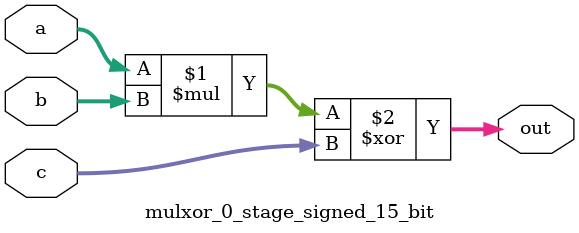
<source format=sv>
(* use_dsp = "yes" *) module mulxor_0_stage_signed_15_bit(
	input signed [14:0] a,
	input signed [14:0] b,
	input signed [14:0] c,
	output [14:0] out
	);

	assign out = (a * b) ^ c;
endmodule

</source>
